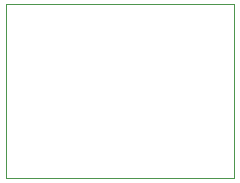
<source format=gbr>
%TF.GenerationSoftware,KiCad,Pcbnew,(5.1.9)-1*%
%TF.CreationDate,2021-11-20T22:05:49-05:00*%
%TF.ProjectId,uUSB male BOB,75555342-206d-4616-9c65-20424f422e6b,rev?*%
%TF.SameCoordinates,Original*%
%TF.FileFunction,Profile,NP*%
%FSLAX46Y46*%
G04 Gerber Fmt 4.6, Leading zero omitted, Abs format (unit mm)*
G04 Created by KiCad (PCBNEW (5.1.9)-1) date 2021-11-20 22:05:49*
%MOMM*%
%LPD*%
G01*
G04 APERTURE LIST*
%TA.AperFunction,Profile*%
%ADD10C,0.050000*%
%TD*%
G04 APERTURE END LIST*
D10*
X167640000Y-53848000D02*
X148336000Y-53848000D01*
X167640000Y-68580000D02*
X167640000Y-53848000D01*
X148336000Y-68580000D02*
X167640000Y-68580000D01*
X148336000Y-53848000D02*
X148336000Y-68580000D01*
M02*

</source>
